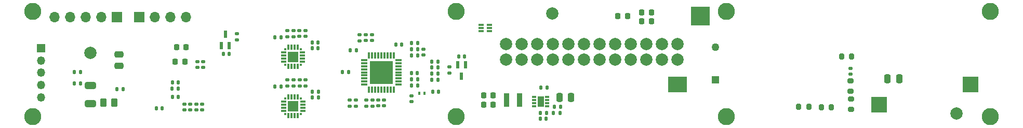
<source format=gts>
G04 #@! TF.GenerationSoftware,KiCad,Pcbnew,(6.0.10)*
G04 #@! TF.CreationDate,2022-12-27T09:49:49+02:00*
G04 #@! TF.ProjectId,dock_rs232,646f636b-5f72-4733-9233-322e6b696361,rev?*
G04 #@! TF.SameCoordinates,Original*
G04 #@! TF.FileFunction,Soldermask,Top*
G04 #@! TF.FilePolarity,Negative*
%FSLAX46Y46*%
G04 Gerber Fmt 4.6, Leading zero omitted, Abs format (unit mm)*
G04 Created by KiCad (PCBNEW (6.0.10)) date 2022-12-27 09:49:49*
%MOMM*%
%LPD*%
G01*
G04 APERTURE LIST*
G04 Aperture macros list*
%AMRoundRect*
0 Rectangle with rounded corners*
0 $1 Rounding radius*
0 $2 $3 $4 $5 $6 $7 $8 $9 X,Y pos of 4 corners*
0 Add a 4 corners polygon primitive as box body*
4,1,4,$2,$3,$4,$5,$6,$7,$8,$9,$2,$3,0*
0 Add four circle primitives for the rounded corners*
1,1,$1+$1,$2,$3*
1,1,$1+$1,$4,$5*
1,1,$1+$1,$6,$7*
1,1,$1+$1,$8,$9*
0 Add four rect primitives between the rounded corners*
20,1,$1+$1,$2,$3,$4,$5,0*
20,1,$1+$1,$4,$5,$6,$7,0*
20,1,$1+$1,$6,$7,$8,$9,0*
20,1,$1+$1,$8,$9,$2,$3,0*%
G04 Aperture macros list end*
%ADD10C,2.800000*%
%ADD11R,0.500000X1.150000*%
%ADD12R,3.100000X2.500000*%
%ADD13RoundRect,0.135000X-0.135000X-0.185000X0.135000X-0.185000X0.135000X0.185000X-0.135000X0.185000X0*%
%ADD14R,0.400000X0.500000*%
%ADD15RoundRect,0.140000X0.140000X0.170000X-0.140000X0.170000X-0.140000X-0.170000X0.140000X-0.170000X0*%
%ADD16RoundRect,0.135000X0.135000X0.185000X-0.135000X0.185000X-0.135000X-0.185000X0.135000X-0.185000X0*%
%ADD17RoundRect,0.225000X0.225000X0.250000X-0.225000X0.250000X-0.225000X-0.250000X0.225000X-0.250000X0*%
%ADD18RoundRect,0.140000X-0.170000X0.140000X-0.170000X-0.140000X0.170000X-0.140000X0.170000X0.140000X0*%
%ADD19RoundRect,0.200000X0.200000X0.275000X-0.200000X0.275000X-0.200000X-0.275000X0.200000X-0.275000X0*%
%ADD20RoundRect,0.225000X-0.225000X-0.250000X0.225000X-0.250000X0.225000X0.250000X-0.225000X0.250000X0*%
%ADD21RoundRect,0.140000X0.170000X-0.140000X0.170000X0.140000X-0.170000X0.140000X-0.170000X-0.140000X0*%
%ADD22C,2.000000*%
%ADD23R,0.700000X0.300000*%
%ADD24R,1.000000X1.800000*%
%ADD25R,1.100000X0.300000*%
%ADD26R,0.300000X1.100000*%
%ADD27R,3.800000X3.800000*%
%ADD28RoundRect,0.250000X0.250000X0.475000X-0.250000X0.475000X-0.250000X-0.475000X0.250000X-0.475000X0*%
%ADD29R,2.500000X2.500000*%
%ADD30RoundRect,0.135000X-0.185000X0.135000X-0.185000X-0.135000X0.185000X-0.135000X0.185000X0.135000X0*%
%ADD31RoundRect,0.135000X0.185000X-0.135000X0.185000X0.135000X-0.185000X0.135000X-0.185000X-0.135000X0*%
%ADD32R,0.300000X0.300000*%
%ADD33R,0.900000X0.300000*%
%ADD34R,0.300000X0.900000*%
%ADD35R,1.800000X1.800000*%
%ADD36RoundRect,0.140000X-0.140000X-0.170000X0.140000X-0.170000X0.140000X0.170000X-0.140000X0.170000X0*%
%ADD37RoundRect,0.218750X0.218750X0.256250X-0.218750X0.256250X-0.218750X-0.256250X0.218750X-0.256250X0*%
%ADD38R,0.850000X0.300000*%
%ADD39RoundRect,0.250000X0.262500X0.450000X-0.262500X0.450000X-0.262500X-0.450000X0.262500X-0.450000X0*%
%ADD40R,0.850000X2.200000*%
%ADD41RoundRect,0.200000X0.275000X-0.200000X0.275000X0.200000X-0.275000X0.200000X-0.275000X-0.200000X0*%
%ADD42RoundRect,0.250000X0.650000X-0.325000X0.650000X0.325000X-0.650000X0.325000X-0.650000X-0.325000X0*%
%ADD43R,3.100000X3.100000*%
%ADD44RoundRect,0.250000X-0.475000X0.250000X-0.475000X-0.250000X0.475000X-0.250000X0.475000X0.250000X0*%
%ADD45R,1.700000X1.700000*%
%ADD46O,1.700000X1.700000*%
%ADD47R,1.275000X1.275000*%
%ADD48C,1.275000*%
%ADD49R,1.350000X1.350000*%
%ADD50O,1.350000X1.350000*%
G04 APERTURE END LIST*
D10*
X216105919Y-113833157D03*
D11*
X286597072Y-105396201D03*
X285297072Y-105396201D03*
X285947072Y-107296201D03*
D12*
X321130919Y-108642354D03*
D13*
X277755919Y-108787354D03*
X278775919Y-108787354D03*
D14*
X279101722Y-110035398D03*
X279901722Y-110035398D03*
D15*
X239780919Y-110672354D03*
X238820919Y-110672354D03*
D16*
X256565919Y-100927354D03*
X255545919Y-100927354D03*
D13*
X277756722Y-102842354D03*
X278776722Y-102842354D03*
D17*
X316880919Y-98317354D03*
X315330919Y-98317354D03*
D18*
X241720919Y-111812354D03*
X241720919Y-112772354D03*
D15*
X262581722Y-101727354D03*
X261621722Y-101727354D03*
D18*
X259535919Y-99827354D03*
X259535919Y-100787354D03*
D16*
X256565919Y-108992354D03*
X255545919Y-108992354D03*
D10*
X329105919Y-113833157D03*
D19*
X342550919Y-112257354D03*
X340900919Y-112257354D03*
D20*
X289560919Y-111947354D03*
X291110919Y-111947354D03*
D18*
X271325919Y-100472004D03*
X271325919Y-101432004D03*
D21*
X242890919Y-105842354D03*
X242890919Y-104882354D03*
D22*
X295755031Y-104537243D03*
X293215031Y-104537243D03*
X303375031Y-101997243D03*
X305915031Y-101997243D03*
X316075031Y-101997243D03*
D17*
X316880919Y-96817354D03*
X315330919Y-96817354D03*
D22*
X303375031Y-104537243D03*
D19*
X349505919Y-104042354D03*
X347855919Y-104042354D03*
D22*
X308455031Y-104537243D03*
D10*
X372105919Y-113833157D03*
D22*
X310995031Y-104537243D03*
D16*
X282126722Y-106867354D03*
X281106722Y-106867354D03*
D22*
X298295031Y-104537243D03*
D23*
X299895919Y-112148854D03*
X299895919Y-111648854D03*
X299895919Y-111148854D03*
X299895919Y-110648854D03*
X297795919Y-110648854D03*
X297795919Y-111148854D03*
X297795919Y-111648854D03*
X297795919Y-112148854D03*
D24*
X298845919Y-111398854D03*
D25*
X270071722Y-104637354D03*
X270071722Y-105137354D03*
X270071722Y-105637354D03*
X270071722Y-106137354D03*
X270071722Y-106637354D03*
X270071722Y-107137354D03*
X270071722Y-107637354D03*
X270071722Y-108137354D03*
X270071722Y-108637354D03*
D26*
X270871722Y-109437354D03*
X271371722Y-109437354D03*
X271871722Y-109437354D03*
X272371722Y-109437354D03*
X272871722Y-109437354D03*
X273371722Y-109437354D03*
X273871722Y-109437354D03*
X274371722Y-109437354D03*
X274871722Y-109437354D03*
D25*
X275671722Y-108637354D03*
X275671722Y-108137354D03*
X275671722Y-107637354D03*
X275671722Y-107137354D03*
X275671722Y-106637354D03*
X275671722Y-106137354D03*
X275671722Y-105637354D03*
X275671722Y-105137354D03*
X275671722Y-104637354D03*
D26*
X274871722Y-103837354D03*
X274371722Y-103837354D03*
X273871722Y-103837354D03*
X273371722Y-103837354D03*
X272871722Y-103837354D03*
X272371722Y-103837354D03*
X271871722Y-103837354D03*
X271371722Y-103837354D03*
X270871722Y-103837354D03*
D27*
X272871722Y-106637354D03*
D28*
X357255919Y-107717354D03*
X355355919Y-107717354D03*
D29*
X368905919Y-108617354D03*
D15*
X278741722Y-106797354D03*
X277781722Y-106797354D03*
D22*
X310995031Y-101997243D03*
D18*
X242700919Y-111822354D03*
X242700919Y-112782354D03*
X349305919Y-105962354D03*
X349305919Y-106922354D03*
D16*
X223885919Y-108457354D03*
X222865919Y-108457354D03*
D22*
X300705919Y-97017354D03*
D18*
X279741722Y-102837354D03*
X279741722Y-103797354D03*
D15*
X282215919Y-109817354D03*
X281255919Y-109817354D03*
D22*
X295755031Y-101997243D03*
D30*
X267755919Y-111177354D03*
X267755919Y-112197354D03*
D22*
X300835031Y-104537243D03*
D21*
X271415919Y-112137354D03*
X271415919Y-111177354D03*
D19*
X346230919Y-112327354D03*
X344580919Y-112327354D03*
D16*
X301965919Y-113242354D03*
X300945919Y-113242354D03*
D22*
X298295031Y-101997243D03*
D10*
X285105919Y-96717354D03*
D31*
X249353419Y-101327354D03*
X249353419Y-100307354D03*
D18*
X260515919Y-99827354D03*
X260515919Y-100787354D03*
D16*
X299865919Y-109137354D03*
X298845919Y-109137354D03*
D22*
X318615031Y-101997243D03*
X321154998Y-101997354D03*
X308455031Y-101997243D03*
X300835031Y-101997243D03*
D15*
X299760919Y-114212354D03*
X298800919Y-114212354D03*
D18*
X260555919Y-107887354D03*
X260555919Y-108847354D03*
D32*
X259736372Y-105362004D03*
D33*
X260036372Y-104862004D03*
X260036372Y-104362004D03*
X260036372Y-103862004D03*
X260036372Y-103362004D03*
D32*
X259736372Y-102862004D03*
D34*
X259236372Y-102562004D03*
X258736372Y-102562004D03*
X258236372Y-102562004D03*
X257736372Y-102562004D03*
D32*
X257236372Y-102862004D03*
D33*
X256936372Y-103362004D03*
X256936372Y-103862004D03*
X256936372Y-104362004D03*
X256936372Y-104862004D03*
D32*
X257236372Y-105362004D03*
D34*
X257736372Y-105662004D03*
X258236372Y-105662004D03*
X258736372Y-105662004D03*
X259236372Y-105662004D03*
D35*
X258486372Y-104112004D03*
D30*
X257525919Y-99817354D03*
X257525919Y-100837354D03*
D36*
X266571722Y-106617354D03*
X267531722Y-106617354D03*
D18*
X243670919Y-111812354D03*
X243670919Y-112772354D03*
D37*
X241073419Y-102497354D03*
X239498419Y-102497354D03*
D31*
X258551722Y-108877354D03*
X258551722Y-107857354D03*
D16*
X223885919Y-106597354D03*
X222865919Y-106597354D03*
D21*
X243860919Y-105842354D03*
X243860919Y-104882354D03*
D22*
X316075031Y-104537243D03*
D38*
X289105919Y-98917354D03*
X289105919Y-99417354D03*
X289105919Y-99917354D03*
X290505919Y-99917354D03*
X290505919Y-99417354D03*
X290505919Y-98917354D03*
D22*
X318615031Y-104537243D03*
X225445919Y-103487354D03*
D16*
X299790919Y-113237354D03*
X298770919Y-113237354D03*
D20*
X289570919Y-110437354D03*
X291120919Y-110437354D03*
D15*
X237150919Y-112532354D03*
X236190919Y-112532354D03*
D36*
X267815919Y-102992004D03*
X268775919Y-102992004D03*
D16*
X239815919Y-109267354D03*
X238795919Y-109267354D03*
D22*
X313535031Y-104537243D03*
D36*
X247125919Y-103597354D03*
X248085919Y-103597354D03*
D22*
X366630919Y-113342354D03*
D39*
X229368419Y-111617354D03*
X227543419Y-111617354D03*
D21*
X272385919Y-112127354D03*
X272385919Y-111167354D03*
D37*
X240868419Y-104892354D03*
X239293419Y-104892354D03*
D40*
X295370919Y-111167354D03*
X293320919Y-111167354D03*
D41*
X349380919Y-112667354D03*
X349380919Y-111017354D03*
D42*
X225505919Y-111742354D03*
X225505919Y-108792354D03*
D32*
X259756372Y-113433157D03*
D33*
X260056372Y-112933157D03*
X260056372Y-112433157D03*
X260056372Y-111933157D03*
X260056372Y-111433157D03*
D32*
X259756372Y-110933157D03*
D34*
X259256372Y-110633157D03*
X258756372Y-110633157D03*
X258256372Y-110633157D03*
X257756372Y-110633157D03*
D32*
X257256372Y-110933157D03*
D33*
X256956372Y-111433157D03*
X256956372Y-111933157D03*
X256956372Y-112433157D03*
X256956372Y-112933157D03*
D32*
X257256372Y-113433157D03*
D34*
X257756372Y-113733157D03*
X258256372Y-113733157D03*
X258756372Y-113733157D03*
X259256372Y-113733157D03*
D35*
X258506372Y-112183157D03*
D22*
X313535031Y-101997243D03*
D21*
X277795919Y-111427704D03*
X277795919Y-110467704D03*
D16*
X278776722Y-103842354D03*
X277756722Y-103842354D03*
D22*
X293215031Y-101997243D03*
D13*
X281106722Y-104867354D03*
X282126722Y-104867354D03*
D18*
X270335919Y-100472004D03*
X270335919Y-101432004D03*
D13*
X277756722Y-107777354D03*
X278776722Y-107777354D03*
D10*
X372105919Y-96717354D03*
D22*
X321155031Y-104537243D03*
D18*
X259555919Y-107887354D03*
X259555919Y-108847354D03*
D15*
X276221722Y-102067354D03*
X275261722Y-102067354D03*
D43*
X324905919Y-97467354D03*
D28*
X303805919Y-110737354D03*
X301905919Y-110737354D03*
D10*
X285105919Y-113833157D03*
D13*
X229745919Y-109417354D03*
X230765919Y-109417354D03*
D30*
X257555919Y-107857354D03*
X257555919Y-108877354D03*
D13*
X277756722Y-101817354D03*
X278776722Y-101817354D03*
D18*
X240750919Y-111812354D03*
X240750919Y-112772354D03*
D29*
X353955919Y-111892354D03*
D15*
X239780919Y-108242354D03*
X238820919Y-108242354D03*
D22*
X305915031Y-104537243D03*
D16*
X302065919Y-112237354D03*
X301045919Y-112237354D03*
D41*
X349355919Y-109692354D03*
X349355919Y-108042354D03*
D15*
X262611722Y-110737354D03*
X261651722Y-110737354D03*
D31*
X258536372Y-100837354D03*
X258536372Y-99817354D03*
D21*
X273345919Y-112127354D03*
X273345919Y-111167354D03*
D10*
X329105919Y-96717354D03*
D11*
X246793419Y-102267354D03*
X248093419Y-102267354D03*
X247443419Y-100367354D03*
D15*
X262581722Y-102707354D03*
X261621722Y-102707354D03*
D10*
X216105919Y-96717354D03*
D15*
X286455919Y-104046201D03*
X285495919Y-104046201D03*
D30*
X283960919Y-105771201D03*
X283960919Y-106791201D03*
D21*
X270455919Y-112147354D03*
X270455919Y-111187354D03*
D15*
X262601722Y-109767354D03*
X261641722Y-109767354D03*
D30*
X268755919Y-111177354D03*
X268755919Y-112197354D03*
D44*
X230155919Y-103667354D03*
X230155919Y-105567354D03*
D37*
X312993419Y-97417354D03*
X311418419Y-97417354D03*
D13*
X281111722Y-105867354D03*
X282131722Y-105867354D03*
X281106722Y-107867354D03*
X282126722Y-107867354D03*
D30*
X269331722Y-100457354D03*
X269331722Y-101477354D03*
D45*
X233445919Y-97607354D03*
D46*
X235985919Y-97607354D03*
X238525919Y-97607354D03*
X241065919Y-97607354D03*
D47*
X327280919Y-107817354D03*
D48*
X327280919Y-102517354D03*
D45*
X229795919Y-97597354D03*
D46*
X227255919Y-97597354D03*
X224715919Y-97597354D03*
X222175919Y-97597354D03*
X219635919Y-97597354D03*
D49*
X217405919Y-102707354D03*
D50*
X217405919Y-104707354D03*
X217405919Y-106707354D03*
X217405919Y-108707354D03*
X217405919Y-110707354D03*
M02*

</source>
